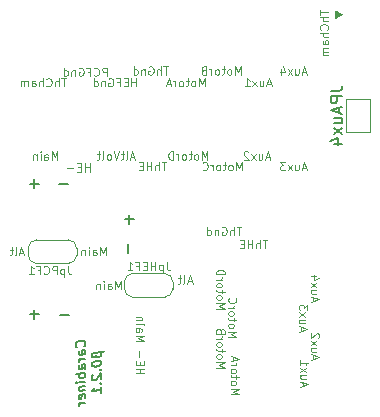
<source format=gbr>
G04 #@! TF.GenerationSoftware,KiCad,Pcbnew,5.1.6+dfsg1-1*
G04 #@! TF.CreationDate,2020-12-20T23:12:48+01:00*
G04 #@! TF.ProjectId,carabiner,63617261-6269-46e6-9572-2e6b69636164,rev?*
G04 #@! TF.SameCoordinates,Original*
G04 #@! TF.FileFunction,Legend,Bot*
G04 #@! TF.FilePolarity,Positive*
%FSLAX46Y46*%
G04 Gerber Fmt 4.6, Leading zero omitted, Abs format (unit mm)*
G04 Created by KiCad (PCBNEW 5.1.6+dfsg1-1) date 2020-12-20 23:12:48*
%MOMM*%
%LPD*%
G01*
G04 APERTURE LIST*
%ADD10C,0.150000*%
%ADD11C,0.100000*%
%ADD12C,0.200000*%
%ADD13C,0.120000*%
G04 APERTURE END LIST*
D10*
X57910714Y-63398526D02*
X57948809Y-63355669D01*
X57986904Y-63236622D01*
X57986904Y-63160431D01*
X57948809Y-63050907D01*
X57872619Y-62984241D01*
X57796428Y-62955669D01*
X57644047Y-62936622D01*
X57529761Y-62950907D01*
X57377380Y-63008050D01*
X57301190Y-63055669D01*
X57225000Y-63141383D01*
X57186904Y-63260431D01*
X57186904Y-63336622D01*
X57225000Y-63446145D01*
X57263095Y-63479479D01*
X57986904Y-64074717D02*
X57567857Y-64127098D01*
X57491666Y-64098526D01*
X57453571Y-64027098D01*
X57453571Y-63874717D01*
X57491666Y-63793764D01*
X57948809Y-64079479D02*
X57986904Y-63998526D01*
X57986904Y-63808050D01*
X57948809Y-63736622D01*
X57872619Y-63708050D01*
X57796428Y-63717574D01*
X57720238Y-63765193D01*
X57682142Y-63846145D01*
X57682142Y-64036622D01*
X57644047Y-64117574D01*
X57986904Y-64455669D02*
X57453571Y-64522336D01*
X57605952Y-64503288D02*
X57529761Y-64550907D01*
X57491666Y-64593764D01*
X57453571Y-64674717D01*
X57453571Y-64750907D01*
X57986904Y-65293764D02*
X57567857Y-65346145D01*
X57491666Y-65317574D01*
X57453571Y-65246145D01*
X57453571Y-65093764D01*
X57491666Y-65012812D01*
X57948809Y-65298526D02*
X57986904Y-65217574D01*
X57986904Y-65027098D01*
X57948809Y-64955669D01*
X57872619Y-64927098D01*
X57796428Y-64936622D01*
X57720238Y-64984241D01*
X57682142Y-65065193D01*
X57682142Y-65255669D01*
X57644047Y-65336622D01*
X57986904Y-65674717D02*
X57186904Y-65774717D01*
X57491666Y-65736622D02*
X57453571Y-65817574D01*
X57453571Y-65969955D01*
X57491666Y-66041383D01*
X57529761Y-66074717D01*
X57605952Y-66103288D01*
X57834523Y-66074717D01*
X57910714Y-66027098D01*
X57948809Y-65984241D01*
X57986904Y-65903288D01*
X57986904Y-65750907D01*
X57948809Y-65679479D01*
X57986904Y-66398526D02*
X57453571Y-66465193D01*
X57186904Y-66498526D02*
X57225000Y-66455669D01*
X57263095Y-66489002D01*
X57225000Y-66531860D01*
X57186904Y-66498526D01*
X57263095Y-66489002D01*
X57453571Y-66846145D02*
X57986904Y-66779479D01*
X57529761Y-66836622D02*
X57491666Y-66879479D01*
X57453571Y-66960431D01*
X57453571Y-67074717D01*
X57491666Y-67146145D01*
X57567857Y-67174717D01*
X57986904Y-67122336D01*
X57948809Y-67812812D02*
X57986904Y-67731860D01*
X57986904Y-67579479D01*
X57948809Y-67508050D01*
X57872619Y-67479479D01*
X57567857Y-67517574D01*
X57491666Y-67565193D01*
X57453571Y-67646145D01*
X57453571Y-67798526D01*
X57491666Y-67869955D01*
X57567857Y-67898526D01*
X57644047Y-67889002D01*
X57720238Y-67498526D01*
X57986904Y-68189002D02*
X57453571Y-68255669D01*
X57605952Y-68236622D02*
X57529761Y-68284241D01*
X57491666Y-68327098D01*
X57453571Y-68408050D01*
X57453571Y-68484241D01*
X58879761Y-64208050D02*
X58917857Y-64279479D01*
X58955952Y-64312812D01*
X59032142Y-64341383D01*
X59184523Y-64322336D01*
X59260714Y-64274717D01*
X59298809Y-64231860D01*
X59336904Y-64150907D01*
X59336904Y-64036622D01*
X59298809Y-63965193D01*
X59260714Y-63931860D01*
X59603571Y-63812812D02*
X59565476Y-63855669D01*
X59489285Y-63903288D01*
X58651190Y-64008050D01*
X58575000Y-64055669D01*
X58536904Y-64136622D01*
X58536904Y-64250907D01*
X58575000Y-64322336D01*
X58651190Y-64350907D01*
X58765476Y-64336622D01*
X58841666Y-64289002D01*
X58879761Y-64208050D01*
X58879761Y-64131860D01*
X58536904Y-64898526D02*
X58536904Y-64974717D01*
X58575000Y-65046145D01*
X58613095Y-65079479D01*
X58689285Y-65108050D01*
X58841666Y-65127098D01*
X59032142Y-65103288D01*
X59184523Y-65046145D01*
X59260714Y-64998526D01*
X59298809Y-64955669D01*
X59336904Y-64874717D01*
X59336904Y-64798526D01*
X59298809Y-64727098D01*
X59260714Y-64693764D01*
X59184523Y-64665193D01*
X59032142Y-64646145D01*
X58841666Y-64669955D01*
X58689285Y-64727098D01*
X58613095Y-64774717D01*
X58575000Y-64817574D01*
X58536904Y-64898526D01*
X59260714Y-65417574D02*
X59298809Y-65450907D01*
X59336904Y-65408050D01*
X59298809Y-65374717D01*
X59260714Y-65417574D01*
X59336904Y-65408050D01*
X58613095Y-65841383D02*
X58575000Y-65884241D01*
X58536904Y-65965193D01*
X58536904Y-66155669D01*
X58575000Y-66227098D01*
X58613095Y-66260431D01*
X58689285Y-66289002D01*
X58765476Y-66279479D01*
X58879761Y-66227098D01*
X59336904Y-65712812D01*
X59336904Y-66208050D01*
X59260714Y-66560431D02*
X59298809Y-66593764D01*
X59336904Y-66550907D01*
X59298809Y-66517574D01*
X59260714Y-66560431D01*
X59336904Y-66550907D01*
X59336904Y-67350907D02*
X59336904Y-66893764D01*
X59336904Y-67122336D02*
X58536904Y-67222336D01*
X58651190Y-67131860D01*
X58727380Y-67046145D01*
X58765476Y-66965193D01*
D11*
X77841666Y-34931666D02*
X77841666Y-35331666D01*
X78541666Y-35131666D02*
X77841666Y-35131666D01*
X78541666Y-35565000D02*
X77841666Y-35565000D01*
X78541666Y-35865000D02*
X78175000Y-35865000D01*
X78108333Y-35831666D01*
X78075000Y-35765000D01*
X78075000Y-35665000D01*
X78108333Y-35598333D01*
X78141666Y-35565000D01*
X78475000Y-36598333D02*
X78508333Y-36565000D01*
X78541666Y-36465000D01*
X78541666Y-36398333D01*
X78508333Y-36298333D01*
X78441666Y-36231666D01*
X78375000Y-36198333D01*
X78241666Y-36165000D01*
X78141666Y-36165000D01*
X78008333Y-36198333D01*
X77941666Y-36231666D01*
X77875000Y-36298333D01*
X77841666Y-36398333D01*
X77841666Y-36465000D01*
X77875000Y-36565000D01*
X77908333Y-36598333D01*
X78541666Y-36898333D02*
X77841666Y-36898333D01*
X78541666Y-37198333D02*
X78175000Y-37198333D01*
X78108333Y-37165000D01*
X78075000Y-37098333D01*
X78075000Y-36998333D01*
X78108333Y-36931666D01*
X78141666Y-36898333D01*
X78541666Y-37831666D02*
X78175000Y-37831666D01*
X78108333Y-37798333D01*
X78075000Y-37731666D01*
X78075000Y-37598333D01*
X78108333Y-37531666D01*
X78508333Y-37831666D02*
X78541666Y-37765000D01*
X78541666Y-37598333D01*
X78508333Y-37531666D01*
X78441666Y-37498333D01*
X78375000Y-37498333D01*
X78308333Y-37531666D01*
X78275000Y-37598333D01*
X78275000Y-37765000D01*
X78241666Y-37831666D01*
X78541666Y-38165000D02*
X78075000Y-38165000D01*
X78141666Y-38165000D02*
X78108333Y-38198333D01*
X78075000Y-38265000D01*
X78075000Y-38365000D01*
X78108333Y-38431666D01*
X78175000Y-38465000D01*
X78541666Y-38465000D01*
X78175000Y-38465000D02*
X78108333Y-38498333D01*
X78075000Y-38565000D01*
X78075000Y-38665000D01*
X78108333Y-38731666D01*
X78175000Y-38765000D01*
X78541666Y-38765000D01*
X79191666Y-35565000D02*
X79158333Y-35565000D01*
X79258333Y-35531666D02*
X79158333Y-35531666D01*
X79325000Y-35498333D02*
X79158333Y-35498333D01*
X79391666Y-35465000D02*
X79158333Y-35465000D01*
X79425000Y-35431666D02*
X79158333Y-35431666D01*
X79491666Y-35398333D02*
X79158333Y-35398333D01*
X79558333Y-35365000D02*
X79158333Y-35365000D01*
X79625000Y-35331666D02*
X79158333Y-35331666D01*
X79691666Y-35298333D02*
X79158333Y-35298333D01*
X79625000Y-35265000D02*
X79158333Y-35265000D01*
X79558333Y-35231666D02*
X79158333Y-35231666D01*
X79491666Y-35198333D02*
X79158333Y-35198333D01*
X79425000Y-35165000D02*
X79158333Y-35165000D01*
X79391666Y-35131666D02*
X79158333Y-35131666D01*
X79325000Y-35098333D02*
X79158333Y-35098333D01*
X79258333Y-35065000D02*
X79158333Y-35065000D01*
X79158333Y-35031666D02*
X79658333Y-35298333D01*
X79158333Y-35565000D01*
X79191666Y-35031666D02*
X79158333Y-35031666D01*
X79691666Y-35298333D02*
X79158333Y-34998333D01*
X79158333Y-35598333D01*
X79691666Y-35298333D01*
X69083333Y-60233333D02*
X69783333Y-60233333D01*
X69283333Y-60000000D01*
X69783333Y-59766666D01*
X69083333Y-59766666D01*
X69083333Y-59333333D02*
X69116666Y-59400000D01*
X69150000Y-59433333D01*
X69216666Y-59466666D01*
X69416666Y-59466666D01*
X69483333Y-59433333D01*
X69516666Y-59400000D01*
X69550000Y-59333333D01*
X69550000Y-59233333D01*
X69516666Y-59166666D01*
X69483333Y-59133333D01*
X69416666Y-59100000D01*
X69216666Y-59100000D01*
X69150000Y-59133333D01*
X69116666Y-59166666D01*
X69083333Y-59233333D01*
X69083333Y-59333333D01*
X69550000Y-58900000D02*
X69550000Y-58633333D01*
X69783333Y-58800000D02*
X69183333Y-58800000D01*
X69116666Y-58766666D01*
X69083333Y-58700000D01*
X69083333Y-58633333D01*
X69083333Y-58300000D02*
X69116666Y-58366666D01*
X69150000Y-58400000D01*
X69216666Y-58433333D01*
X69416666Y-58433333D01*
X69483333Y-58400000D01*
X69516666Y-58366666D01*
X69550000Y-58300000D01*
X69550000Y-58200000D01*
X69516666Y-58133333D01*
X69483333Y-58100000D01*
X69416666Y-58066666D01*
X69216666Y-58066666D01*
X69150000Y-58100000D01*
X69116666Y-58133333D01*
X69083333Y-58200000D01*
X69083333Y-58300000D01*
X69083333Y-57766666D02*
X69550000Y-57766666D01*
X69416666Y-57766666D02*
X69483333Y-57733333D01*
X69516666Y-57700000D01*
X69550000Y-57633333D01*
X69550000Y-57566666D01*
X69083333Y-57333333D02*
X69783333Y-57333333D01*
X69783333Y-57166666D01*
X69750000Y-57066666D01*
X69683333Y-57000000D01*
X69616666Y-56966666D01*
X69483333Y-56933333D01*
X69383333Y-56933333D01*
X69250000Y-56966666D01*
X69183333Y-57000000D01*
X69116666Y-57066666D01*
X69083333Y-57166666D01*
X69083333Y-57333333D01*
X70083333Y-62633333D02*
X70783333Y-62633333D01*
X70283333Y-62400000D01*
X70783333Y-62166666D01*
X70083333Y-62166666D01*
X70083333Y-61733333D02*
X70116666Y-61800000D01*
X70150000Y-61833333D01*
X70216666Y-61866666D01*
X70416666Y-61866666D01*
X70483333Y-61833333D01*
X70516666Y-61800000D01*
X70550000Y-61733333D01*
X70550000Y-61633333D01*
X70516666Y-61566666D01*
X70483333Y-61533333D01*
X70416666Y-61500000D01*
X70216666Y-61500000D01*
X70150000Y-61533333D01*
X70116666Y-61566666D01*
X70083333Y-61633333D01*
X70083333Y-61733333D01*
X70550000Y-61300000D02*
X70550000Y-61033333D01*
X70783333Y-61200000D02*
X70183333Y-61200000D01*
X70116666Y-61166666D01*
X70083333Y-61100000D01*
X70083333Y-61033333D01*
X70083333Y-60700000D02*
X70116666Y-60766666D01*
X70150000Y-60800000D01*
X70216666Y-60833333D01*
X70416666Y-60833333D01*
X70483333Y-60800000D01*
X70516666Y-60766666D01*
X70550000Y-60700000D01*
X70550000Y-60600000D01*
X70516666Y-60533333D01*
X70483333Y-60500000D01*
X70416666Y-60466666D01*
X70216666Y-60466666D01*
X70150000Y-60500000D01*
X70116666Y-60533333D01*
X70083333Y-60600000D01*
X70083333Y-60700000D01*
X70083333Y-60166666D02*
X70550000Y-60166666D01*
X70416666Y-60166666D02*
X70483333Y-60133333D01*
X70516666Y-60100000D01*
X70550000Y-60033333D01*
X70550000Y-59966666D01*
X70150000Y-59333333D02*
X70116666Y-59366666D01*
X70083333Y-59466666D01*
X70083333Y-59533333D01*
X70116666Y-59633333D01*
X70183333Y-59700000D01*
X70250000Y-59733333D01*
X70383333Y-59766666D01*
X70483333Y-59766666D01*
X70616666Y-59733333D01*
X70683333Y-59700000D01*
X70750000Y-59633333D01*
X70783333Y-59533333D01*
X70783333Y-59466666D01*
X70750000Y-59366666D01*
X70716666Y-59333333D01*
X69083333Y-65233333D02*
X69783333Y-65233333D01*
X69283333Y-65000000D01*
X69783333Y-64766666D01*
X69083333Y-64766666D01*
X69083333Y-64333333D02*
X69116666Y-64400000D01*
X69150000Y-64433333D01*
X69216666Y-64466666D01*
X69416666Y-64466666D01*
X69483333Y-64433333D01*
X69516666Y-64400000D01*
X69550000Y-64333333D01*
X69550000Y-64233333D01*
X69516666Y-64166666D01*
X69483333Y-64133333D01*
X69416666Y-64100000D01*
X69216666Y-64100000D01*
X69150000Y-64133333D01*
X69116666Y-64166666D01*
X69083333Y-64233333D01*
X69083333Y-64333333D01*
X69550000Y-63900000D02*
X69550000Y-63633333D01*
X69783333Y-63800000D02*
X69183333Y-63800000D01*
X69116666Y-63766666D01*
X69083333Y-63700000D01*
X69083333Y-63633333D01*
X69083333Y-63300000D02*
X69116666Y-63366666D01*
X69150000Y-63400000D01*
X69216666Y-63433333D01*
X69416666Y-63433333D01*
X69483333Y-63400000D01*
X69516666Y-63366666D01*
X69550000Y-63300000D01*
X69550000Y-63200000D01*
X69516666Y-63133333D01*
X69483333Y-63100000D01*
X69416666Y-63066666D01*
X69216666Y-63066666D01*
X69150000Y-63100000D01*
X69116666Y-63133333D01*
X69083333Y-63200000D01*
X69083333Y-63300000D01*
X69083333Y-62766666D02*
X69550000Y-62766666D01*
X69416666Y-62766666D02*
X69483333Y-62733333D01*
X69516666Y-62700000D01*
X69550000Y-62633333D01*
X69550000Y-62566666D01*
X69450000Y-62100000D02*
X69416666Y-62000000D01*
X69383333Y-61966666D01*
X69316666Y-61933333D01*
X69216666Y-61933333D01*
X69150000Y-61966666D01*
X69116666Y-62000000D01*
X69083333Y-62066666D01*
X69083333Y-62333333D01*
X69783333Y-62333333D01*
X69783333Y-62100000D01*
X69750000Y-62033333D01*
X69716666Y-62000000D01*
X69650000Y-61966666D01*
X69583333Y-61966666D01*
X69516666Y-62000000D01*
X69483333Y-62033333D01*
X69450000Y-62100000D01*
X69450000Y-62333333D01*
X70283333Y-67483333D02*
X70983333Y-67483333D01*
X70483333Y-67250000D01*
X70983333Y-67016666D01*
X70283333Y-67016666D01*
X70283333Y-66583333D02*
X70316666Y-66650000D01*
X70350000Y-66683333D01*
X70416666Y-66716666D01*
X70616666Y-66716666D01*
X70683333Y-66683333D01*
X70716666Y-66650000D01*
X70750000Y-66583333D01*
X70750000Y-66483333D01*
X70716666Y-66416666D01*
X70683333Y-66383333D01*
X70616666Y-66350000D01*
X70416666Y-66350000D01*
X70350000Y-66383333D01*
X70316666Y-66416666D01*
X70283333Y-66483333D01*
X70283333Y-66583333D01*
X70750000Y-66150000D02*
X70750000Y-65883333D01*
X70983333Y-66050000D02*
X70383333Y-66050000D01*
X70316666Y-66016666D01*
X70283333Y-65950000D01*
X70283333Y-65883333D01*
X70283333Y-65550000D02*
X70316666Y-65616666D01*
X70350000Y-65650000D01*
X70416666Y-65683333D01*
X70616666Y-65683333D01*
X70683333Y-65650000D01*
X70716666Y-65616666D01*
X70750000Y-65550000D01*
X70750000Y-65450000D01*
X70716666Y-65383333D01*
X70683333Y-65350000D01*
X70616666Y-65316666D01*
X70416666Y-65316666D01*
X70350000Y-65350000D01*
X70316666Y-65383333D01*
X70283333Y-65450000D01*
X70283333Y-65550000D01*
X70283333Y-65016666D02*
X70750000Y-65016666D01*
X70616666Y-65016666D02*
X70683333Y-64983333D01*
X70716666Y-64950000D01*
X70750000Y-64883333D01*
X70750000Y-64816666D01*
X70483333Y-64616666D02*
X70483333Y-64283333D01*
X70283333Y-64683333D02*
X70983333Y-64450000D01*
X70283333Y-64216666D01*
X64850000Y-47816666D02*
X64450000Y-47816666D01*
X64650000Y-48516666D02*
X64650000Y-47816666D01*
X64216666Y-48516666D02*
X64216666Y-47816666D01*
X63916666Y-48516666D02*
X63916666Y-48150000D01*
X63950000Y-48083333D01*
X64016666Y-48050000D01*
X64116666Y-48050000D01*
X64183333Y-48083333D01*
X64216666Y-48116666D01*
X63583333Y-48516666D02*
X63583333Y-47816666D01*
X63583333Y-48150000D02*
X63183333Y-48150000D01*
X63183333Y-48516666D02*
X63183333Y-47816666D01*
X62850000Y-48150000D02*
X62616666Y-48150000D01*
X62516666Y-48516666D02*
X62850000Y-48516666D01*
X62850000Y-47816666D01*
X62516666Y-47816666D01*
X73400000Y-54416666D02*
X73000000Y-54416666D01*
X73200000Y-55116666D02*
X73200000Y-54416666D01*
X72766666Y-55116666D02*
X72766666Y-54416666D01*
X72466666Y-55116666D02*
X72466666Y-54750000D01*
X72500000Y-54683333D01*
X72566666Y-54650000D01*
X72666666Y-54650000D01*
X72733333Y-54683333D01*
X72766666Y-54716666D01*
X72133333Y-55116666D02*
X72133333Y-54416666D01*
X72133333Y-54750000D02*
X71733333Y-54750000D01*
X71733333Y-55116666D02*
X71733333Y-54416666D01*
X71400000Y-54750000D02*
X71166666Y-54750000D01*
X71066666Y-55116666D02*
X71400000Y-55116666D01*
X71400000Y-54416666D01*
X71066666Y-54416666D01*
X68333333Y-47616666D02*
X68333333Y-46916666D01*
X68100000Y-47416666D01*
X67866666Y-46916666D01*
X67866666Y-47616666D01*
X67433333Y-47616666D02*
X67500000Y-47583333D01*
X67533333Y-47550000D01*
X67566666Y-47483333D01*
X67566666Y-47283333D01*
X67533333Y-47216666D01*
X67500000Y-47183333D01*
X67433333Y-47150000D01*
X67333333Y-47150000D01*
X67266666Y-47183333D01*
X67233333Y-47216666D01*
X67200000Y-47283333D01*
X67200000Y-47483333D01*
X67233333Y-47550000D01*
X67266666Y-47583333D01*
X67333333Y-47616666D01*
X67433333Y-47616666D01*
X67000000Y-47150000D02*
X66733333Y-47150000D01*
X66900000Y-46916666D02*
X66900000Y-47516666D01*
X66866666Y-47583333D01*
X66800000Y-47616666D01*
X66733333Y-47616666D01*
X66400000Y-47616666D02*
X66466666Y-47583333D01*
X66500000Y-47550000D01*
X66533333Y-47483333D01*
X66533333Y-47283333D01*
X66500000Y-47216666D01*
X66466666Y-47183333D01*
X66400000Y-47150000D01*
X66300000Y-47150000D01*
X66233333Y-47183333D01*
X66200000Y-47216666D01*
X66166666Y-47283333D01*
X66166666Y-47483333D01*
X66200000Y-47550000D01*
X66233333Y-47583333D01*
X66300000Y-47616666D01*
X66400000Y-47616666D01*
X65866666Y-47616666D02*
X65866666Y-47150000D01*
X65866666Y-47283333D02*
X65833333Y-47216666D01*
X65800000Y-47183333D01*
X65733333Y-47150000D01*
X65666666Y-47150000D01*
X65433333Y-47616666D02*
X65433333Y-46916666D01*
X65266666Y-46916666D01*
X65166666Y-46950000D01*
X65100000Y-47016666D01*
X65066666Y-47083333D01*
X65033333Y-47216666D01*
X65033333Y-47316666D01*
X65066666Y-47450000D01*
X65100000Y-47516666D01*
X65166666Y-47583333D01*
X65266666Y-47616666D01*
X65433333Y-47616666D01*
X71233333Y-48516666D02*
X71233333Y-47816666D01*
X71000000Y-48316666D01*
X70766666Y-47816666D01*
X70766666Y-48516666D01*
X70333333Y-48516666D02*
X70400000Y-48483333D01*
X70433333Y-48450000D01*
X70466666Y-48383333D01*
X70466666Y-48183333D01*
X70433333Y-48116666D01*
X70400000Y-48083333D01*
X70333333Y-48050000D01*
X70233333Y-48050000D01*
X70166666Y-48083333D01*
X70133333Y-48116666D01*
X70100000Y-48183333D01*
X70100000Y-48383333D01*
X70133333Y-48450000D01*
X70166666Y-48483333D01*
X70233333Y-48516666D01*
X70333333Y-48516666D01*
X69900000Y-48050000D02*
X69633333Y-48050000D01*
X69800000Y-47816666D02*
X69800000Y-48416666D01*
X69766666Y-48483333D01*
X69700000Y-48516666D01*
X69633333Y-48516666D01*
X69300000Y-48516666D02*
X69366666Y-48483333D01*
X69400000Y-48450000D01*
X69433333Y-48383333D01*
X69433333Y-48183333D01*
X69400000Y-48116666D01*
X69366666Y-48083333D01*
X69300000Y-48050000D01*
X69200000Y-48050000D01*
X69133333Y-48083333D01*
X69100000Y-48116666D01*
X69066666Y-48183333D01*
X69066666Y-48383333D01*
X69100000Y-48450000D01*
X69133333Y-48483333D01*
X69200000Y-48516666D01*
X69300000Y-48516666D01*
X68766666Y-48516666D02*
X68766666Y-48050000D01*
X68766666Y-48183333D02*
X68733333Y-48116666D01*
X68700000Y-48083333D01*
X68633333Y-48050000D01*
X68566666Y-48050000D01*
X67933333Y-48450000D02*
X67966666Y-48483333D01*
X68066666Y-48516666D01*
X68133333Y-48516666D01*
X68233333Y-48483333D01*
X68300000Y-48416666D01*
X68333333Y-48350000D01*
X68366666Y-48216666D01*
X68366666Y-48116666D01*
X68333333Y-47983333D01*
X68300000Y-47916666D01*
X68233333Y-47850000D01*
X68133333Y-47816666D01*
X68066666Y-47816666D01*
X67966666Y-47850000D01*
X67933333Y-47883333D01*
X71133333Y-40416666D02*
X71133333Y-39716666D01*
X70900000Y-40216666D01*
X70666666Y-39716666D01*
X70666666Y-40416666D01*
X70233333Y-40416666D02*
X70300000Y-40383333D01*
X70333333Y-40350000D01*
X70366666Y-40283333D01*
X70366666Y-40083333D01*
X70333333Y-40016666D01*
X70300000Y-39983333D01*
X70233333Y-39950000D01*
X70133333Y-39950000D01*
X70066666Y-39983333D01*
X70033333Y-40016666D01*
X70000000Y-40083333D01*
X70000000Y-40283333D01*
X70033333Y-40350000D01*
X70066666Y-40383333D01*
X70133333Y-40416666D01*
X70233333Y-40416666D01*
X69800000Y-39950000D02*
X69533333Y-39950000D01*
X69700000Y-39716666D02*
X69700000Y-40316666D01*
X69666666Y-40383333D01*
X69600000Y-40416666D01*
X69533333Y-40416666D01*
X69200000Y-40416666D02*
X69266666Y-40383333D01*
X69300000Y-40350000D01*
X69333333Y-40283333D01*
X69333333Y-40083333D01*
X69300000Y-40016666D01*
X69266666Y-39983333D01*
X69200000Y-39950000D01*
X69100000Y-39950000D01*
X69033333Y-39983333D01*
X69000000Y-40016666D01*
X68966666Y-40083333D01*
X68966666Y-40283333D01*
X69000000Y-40350000D01*
X69033333Y-40383333D01*
X69100000Y-40416666D01*
X69200000Y-40416666D01*
X68666666Y-40416666D02*
X68666666Y-39950000D01*
X68666666Y-40083333D02*
X68633333Y-40016666D01*
X68600000Y-39983333D01*
X68533333Y-39950000D01*
X68466666Y-39950000D01*
X68000000Y-40050000D02*
X67900000Y-40083333D01*
X67866666Y-40116666D01*
X67833333Y-40183333D01*
X67833333Y-40283333D01*
X67866666Y-40350000D01*
X67900000Y-40383333D01*
X67966666Y-40416666D01*
X68233333Y-40416666D01*
X68233333Y-39716666D01*
X68000000Y-39716666D01*
X67933333Y-39750000D01*
X67900000Y-39783333D01*
X67866666Y-39850000D01*
X67866666Y-39916666D01*
X67900000Y-39983333D01*
X67933333Y-40016666D01*
X68000000Y-40050000D01*
X68233333Y-40050000D01*
X68083333Y-41416666D02*
X68083333Y-40716666D01*
X67850000Y-41216666D01*
X67616666Y-40716666D01*
X67616666Y-41416666D01*
X67183333Y-41416666D02*
X67250000Y-41383333D01*
X67283333Y-41350000D01*
X67316666Y-41283333D01*
X67316666Y-41083333D01*
X67283333Y-41016666D01*
X67250000Y-40983333D01*
X67183333Y-40950000D01*
X67083333Y-40950000D01*
X67016666Y-40983333D01*
X66983333Y-41016666D01*
X66950000Y-41083333D01*
X66950000Y-41283333D01*
X66983333Y-41350000D01*
X67016666Y-41383333D01*
X67083333Y-41416666D01*
X67183333Y-41416666D01*
X66750000Y-40950000D02*
X66483333Y-40950000D01*
X66650000Y-40716666D02*
X66650000Y-41316666D01*
X66616666Y-41383333D01*
X66550000Y-41416666D01*
X66483333Y-41416666D01*
X66150000Y-41416666D02*
X66216666Y-41383333D01*
X66250000Y-41350000D01*
X66283333Y-41283333D01*
X66283333Y-41083333D01*
X66250000Y-41016666D01*
X66216666Y-40983333D01*
X66150000Y-40950000D01*
X66050000Y-40950000D01*
X65983333Y-40983333D01*
X65950000Y-41016666D01*
X65916666Y-41083333D01*
X65916666Y-41283333D01*
X65950000Y-41350000D01*
X65983333Y-41383333D01*
X66050000Y-41416666D01*
X66150000Y-41416666D01*
X65616666Y-41416666D02*
X65616666Y-40950000D01*
X65616666Y-41083333D02*
X65583333Y-41016666D01*
X65550000Y-40983333D01*
X65483333Y-40950000D01*
X65416666Y-40950000D01*
X65216666Y-41216666D02*
X64883333Y-41216666D01*
X65283333Y-41416666D02*
X65050000Y-40716666D01*
X64816666Y-41416666D01*
X62283333Y-62983333D02*
X62983333Y-62983333D01*
X62483333Y-62750000D01*
X62983333Y-62516666D01*
X62283333Y-62516666D01*
X62283333Y-61883333D02*
X62650000Y-61883333D01*
X62716666Y-61916666D01*
X62750000Y-61983333D01*
X62750000Y-62116666D01*
X62716666Y-62183333D01*
X62316666Y-61883333D02*
X62283333Y-61950000D01*
X62283333Y-62116666D01*
X62316666Y-62183333D01*
X62383333Y-62216666D01*
X62450000Y-62216666D01*
X62516666Y-62183333D01*
X62550000Y-62116666D01*
X62550000Y-61950000D01*
X62583333Y-61883333D01*
X62283333Y-61550000D02*
X62750000Y-61550000D01*
X62983333Y-61550000D02*
X62950000Y-61583333D01*
X62916666Y-61550000D01*
X62950000Y-61516666D01*
X62983333Y-61550000D01*
X62916666Y-61550000D01*
X62750000Y-61216666D02*
X62283333Y-61216666D01*
X62683333Y-61216666D02*
X62716666Y-61183333D01*
X62750000Y-61116666D01*
X62750000Y-61016666D01*
X62716666Y-60950000D01*
X62650000Y-60916666D01*
X62283333Y-60916666D01*
X62283333Y-65700000D02*
X62983333Y-65700000D01*
X62650000Y-65700000D02*
X62650000Y-65300000D01*
X62283333Y-65300000D02*
X62983333Y-65300000D01*
X62650000Y-64966666D02*
X62650000Y-64733333D01*
X62283333Y-64633333D02*
X62283333Y-64966666D01*
X62983333Y-64966666D01*
X62983333Y-64633333D01*
X62550000Y-64333333D02*
X62550000Y-63800000D01*
X77283333Y-64500000D02*
X77283333Y-64166666D01*
X77083333Y-64566666D02*
X77783333Y-64333333D01*
X77083333Y-64100000D01*
X77550000Y-63566666D02*
X77083333Y-63566666D01*
X77550000Y-63866666D02*
X77183333Y-63866666D01*
X77116666Y-63833333D01*
X77083333Y-63766666D01*
X77083333Y-63666666D01*
X77116666Y-63600000D01*
X77150000Y-63566666D01*
X77083333Y-63300000D02*
X77550000Y-62933333D01*
X77550000Y-63300000D02*
X77083333Y-62933333D01*
X77716666Y-62700000D02*
X77750000Y-62666666D01*
X77783333Y-62600000D01*
X77783333Y-62433333D01*
X77750000Y-62366666D01*
X77716666Y-62333333D01*
X77650000Y-62300000D01*
X77583333Y-62300000D01*
X77483333Y-62333333D01*
X77083333Y-62733333D01*
X77083333Y-62300000D01*
X76383333Y-66800000D02*
X76383333Y-66466666D01*
X76183333Y-66866666D02*
X76883333Y-66633333D01*
X76183333Y-66400000D01*
X76650000Y-65866666D02*
X76183333Y-65866666D01*
X76650000Y-66166666D02*
X76283333Y-66166666D01*
X76216666Y-66133333D01*
X76183333Y-66066666D01*
X76183333Y-65966666D01*
X76216666Y-65900000D01*
X76250000Y-65866666D01*
X76183333Y-65600000D02*
X76650000Y-65233333D01*
X76650000Y-65600000D02*
X76183333Y-65233333D01*
X76183333Y-64600000D02*
X76183333Y-65000000D01*
X76183333Y-64800000D02*
X76883333Y-64800000D01*
X76783333Y-64866666D01*
X76716666Y-64933333D01*
X76683333Y-65000000D01*
X76283333Y-62100000D02*
X76283333Y-61766666D01*
X76083333Y-62166666D02*
X76783333Y-61933333D01*
X76083333Y-61700000D01*
X76550000Y-61166666D02*
X76083333Y-61166666D01*
X76550000Y-61466666D02*
X76183333Y-61466666D01*
X76116666Y-61433333D01*
X76083333Y-61366666D01*
X76083333Y-61266666D01*
X76116666Y-61200000D01*
X76150000Y-61166666D01*
X76083333Y-60900000D02*
X76550000Y-60533333D01*
X76550000Y-60900000D02*
X76083333Y-60533333D01*
X76783333Y-60333333D02*
X76783333Y-59900000D01*
X76516666Y-60133333D01*
X76516666Y-60033333D01*
X76483333Y-59966666D01*
X76450000Y-59933333D01*
X76383333Y-59900000D01*
X76216666Y-59900000D01*
X76150000Y-59933333D01*
X76116666Y-59966666D01*
X76083333Y-60033333D01*
X76083333Y-60233333D01*
X76116666Y-60300000D01*
X76150000Y-60333333D01*
X77283333Y-59600000D02*
X77283333Y-59266666D01*
X77083333Y-59666666D02*
X77783333Y-59433333D01*
X77083333Y-59200000D01*
X77550000Y-58666666D02*
X77083333Y-58666666D01*
X77550000Y-58966666D02*
X77183333Y-58966666D01*
X77116666Y-58933333D01*
X77083333Y-58866666D01*
X77083333Y-58766666D01*
X77116666Y-58700000D01*
X77150000Y-58666666D01*
X77083333Y-58400000D02*
X77550000Y-58033333D01*
X77550000Y-58400000D02*
X77083333Y-58033333D01*
X77550000Y-57466666D02*
X77083333Y-57466666D01*
X77816666Y-57633333D02*
X77316666Y-57800000D01*
X77316666Y-57366666D01*
X71200000Y-53316666D02*
X70800000Y-53316666D01*
X71000000Y-54016666D02*
X71000000Y-53316666D01*
X70566666Y-54016666D02*
X70566666Y-53316666D01*
X70266666Y-54016666D02*
X70266666Y-53650000D01*
X70300000Y-53583333D01*
X70366666Y-53550000D01*
X70466666Y-53550000D01*
X70533333Y-53583333D01*
X70566666Y-53616666D01*
X69566666Y-53350000D02*
X69633333Y-53316666D01*
X69733333Y-53316666D01*
X69833333Y-53350000D01*
X69900000Y-53416666D01*
X69933333Y-53483333D01*
X69966666Y-53616666D01*
X69966666Y-53716666D01*
X69933333Y-53850000D01*
X69900000Y-53916666D01*
X69833333Y-53983333D01*
X69733333Y-54016666D01*
X69666666Y-54016666D01*
X69566666Y-53983333D01*
X69533333Y-53950000D01*
X69533333Y-53716666D01*
X69666666Y-53716666D01*
X69233333Y-53550000D02*
X69233333Y-54016666D01*
X69233333Y-53616666D02*
X69200000Y-53583333D01*
X69133333Y-53550000D01*
X69033333Y-53550000D01*
X68966666Y-53583333D01*
X68933333Y-53650000D01*
X68933333Y-54016666D01*
X68300000Y-54016666D02*
X68300000Y-53316666D01*
X68300000Y-53983333D02*
X68366666Y-54016666D01*
X68500000Y-54016666D01*
X68566666Y-53983333D01*
X68600000Y-53950000D01*
X68633333Y-53883333D01*
X68633333Y-53683333D01*
X68600000Y-53616666D01*
X68566666Y-53583333D01*
X68500000Y-53550000D01*
X68366666Y-53550000D01*
X68300000Y-53583333D01*
X76700000Y-48316666D02*
X76366666Y-48316666D01*
X76766666Y-48516666D02*
X76533333Y-47816666D01*
X76300000Y-48516666D01*
X75766666Y-48050000D02*
X75766666Y-48516666D01*
X76066666Y-48050000D02*
X76066666Y-48416666D01*
X76033333Y-48483333D01*
X75966666Y-48516666D01*
X75866666Y-48516666D01*
X75800000Y-48483333D01*
X75766666Y-48450000D01*
X75500000Y-48516666D02*
X75133333Y-48050000D01*
X75500000Y-48050000D02*
X75133333Y-48516666D01*
X74933333Y-47816666D02*
X74500000Y-47816666D01*
X74733333Y-48083333D01*
X74633333Y-48083333D01*
X74566666Y-48116666D01*
X74533333Y-48150000D01*
X74500000Y-48216666D01*
X74500000Y-48383333D01*
X74533333Y-48450000D01*
X74566666Y-48483333D01*
X74633333Y-48516666D01*
X74833333Y-48516666D01*
X74900000Y-48483333D01*
X74933333Y-48450000D01*
X73600000Y-47416666D02*
X73266666Y-47416666D01*
X73666666Y-47616666D02*
X73433333Y-46916666D01*
X73200000Y-47616666D01*
X72666666Y-47150000D02*
X72666666Y-47616666D01*
X72966666Y-47150000D02*
X72966666Y-47516666D01*
X72933333Y-47583333D01*
X72866666Y-47616666D01*
X72766666Y-47616666D01*
X72700000Y-47583333D01*
X72666666Y-47550000D01*
X72400000Y-47616666D02*
X72033333Y-47150000D01*
X72400000Y-47150000D02*
X72033333Y-47616666D01*
X71800000Y-46983333D02*
X71766666Y-46950000D01*
X71700000Y-46916666D01*
X71533333Y-46916666D01*
X71466666Y-46950000D01*
X71433333Y-46983333D01*
X71400000Y-47050000D01*
X71400000Y-47116666D01*
X71433333Y-47216666D01*
X71833333Y-47616666D01*
X71400000Y-47616666D01*
X76700000Y-40216666D02*
X76366666Y-40216666D01*
X76766666Y-40416666D02*
X76533333Y-39716666D01*
X76300000Y-40416666D01*
X75766666Y-39950000D02*
X75766666Y-40416666D01*
X76066666Y-39950000D02*
X76066666Y-40316666D01*
X76033333Y-40383333D01*
X75966666Y-40416666D01*
X75866666Y-40416666D01*
X75800000Y-40383333D01*
X75766666Y-40350000D01*
X75500000Y-40416666D02*
X75133333Y-39950000D01*
X75500000Y-39950000D02*
X75133333Y-40416666D01*
X74566666Y-39950000D02*
X74566666Y-40416666D01*
X74733333Y-39683333D02*
X74900000Y-40183333D01*
X74466666Y-40183333D01*
X73700000Y-41216666D02*
X73366666Y-41216666D01*
X73766666Y-41416666D02*
X73533333Y-40716666D01*
X73300000Y-41416666D01*
X72766666Y-40950000D02*
X72766666Y-41416666D01*
X73066666Y-40950000D02*
X73066666Y-41316666D01*
X73033333Y-41383333D01*
X72966666Y-41416666D01*
X72866666Y-41416666D01*
X72800000Y-41383333D01*
X72766666Y-41350000D01*
X72500000Y-41416666D02*
X72133333Y-40950000D01*
X72500000Y-40950000D02*
X72133333Y-41416666D01*
X71500000Y-41416666D02*
X71900000Y-41416666D01*
X71700000Y-41416666D02*
X71700000Y-40716666D01*
X71766666Y-40816666D01*
X71833333Y-40883333D01*
X71900000Y-40916666D01*
X65000000Y-39716666D02*
X64600000Y-39716666D01*
X64800000Y-40416666D02*
X64800000Y-39716666D01*
X64366666Y-40416666D02*
X64366666Y-39716666D01*
X64066666Y-40416666D02*
X64066666Y-40050000D01*
X64100000Y-39983333D01*
X64166666Y-39950000D01*
X64266666Y-39950000D01*
X64333333Y-39983333D01*
X64366666Y-40016666D01*
X63366666Y-39750000D02*
X63433333Y-39716666D01*
X63533333Y-39716666D01*
X63633333Y-39750000D01*
X63700000Y-39816666D01*
X63733333Y-39883333D01*
X63766666Y-40016666D01*
X63766666Y-40116666D01*
X63733333Y-40250000D01*
X63700000Y-40316666D01*
X63633333Y-40383333D01*
X63533333Y-40416666D01*
X63466666Y-40416666D01*
X63366666Y-40383333D01*
X63333333Y-40350000D01*
X63333333Y-40116666D01*
X63466666Y-40116666D01*
X63033333Y-39950000D02*
X63033333Y-40416666D01*
X63033333Y-40016666D02*
X63000000Y-39983333D01*
X62933333Y-39950000D01*
X62833333Y-39950000D01*
X62766666Y-39983333D01*
X62733333Y-40050000D01*
X62733333Y-40416666D01*
X62100000Y-40416666D02*
X62100000Y-39716666D01*
X62100000Y-40383333D02*
X62166666Y-40416666D01*
X62300000Y-40416666D01*
X62366666Y-40383333D01*
X62400000Y-40350000D01*
X62433333Y-40283333D01*
X62433333Y-40083333D01*
X62400000Y-40016666D01*
X62366666Y-39983333D01*
X62300000Y-39950000D01*
X62166666Y-39950000D01*
X62100000Y-39983333D01*
X62300000Y-41416666D02*
X62300000Y-40716666D01*
X62300000Y-41050000D02*
X61900000Y-41050000D01*
X61900000Y-41416666D02*
X61900000Y-40716666D01*
X61566666Y-41050000D02*
X61333333Y-41050000D01*
X61233333Y-41416666D02*
X61566666Y-41416666D01*
X61566666Y-40716666D01*
X61233333Y-40716666D01*
X60700000Y-41050000D02*
X60933333Y-41050000D01*
X60933333Y-41416666D02*
X60933333Y-40716666D01*
X60600000Y-40716666D01*
X59966666Y-40750000D02*
X60033333Y-40716666D01*
X60133333Y-40716666D01*
X60233333Y-40750000D01*
X60300000Y-40816666D01*
X60333333Y-40883333D01*
X60366666Y-41016666D01*
X60366666Y-41116666D01*
X60333333Y-41250000D01*
X60300000Y-41316666D01*
X60233333Y-41383333D01*
X60133333Y-41416666D01*
X60066666Y-41416666D01*
X59966666Y-41383333D01*
X59933333Y-41350000D01*
X59933333Y-41116666D01*
X60066666Y-41116666D01*
X59633333Y-40950000D02*
X59633333Y-41416666D01*
X59633333Y-41016666D02*
X59600000Y-40983333D01*
X59533333Y-40950000D01*
X59433333Y-40950000D01*
X59366666Y-40983333D01*
X59333333Y-41050000D01*
X59333333Y-41416666D01*
X58700000Y-41416666D02*
X58700000Y-40716666D01*
X58700000Y-41383333D02*
X58766666Y-41416666D01*
X58900000Y-41416666D01*
X58966666Y-41383333D01*
X59000000Y-41350000D01*
X59033333Y-41283333D01*
X59033333Y-41083333D01*
X59000000Y-41016666D01*
X58966666Y-40983333D01*
X58900000Y-40950000D01*
X58766666Y-40950000D01*
X58700000Y-40983333D01*
X59816666Y-40516666D02*
X59816666Y-39816666D01*
X59550000Y-39816666D01*
X59483333Y-39850000D01*
X59450000Y-39883333D01*
X59416666Y-39950000D01*
X59416666Y-40050000D01*
X59450000Y-40116666D01*
X59483333Y-40150000D01*
X59550000Y-40183333D01*
X59816666Y-40183333D01*
X58716666Y-40450000D02*
X58750000Y-40483333D01*
X58850000Y-40516666D01*
X58916666Y-40516666D01*
X59016666Y-40483333D01*
X59083333Y-40416666D01*
X59116666Y-40350000D01*
X59150000Y-40216666D01*
X59150000Y-40116666D01*
X59116666Y-39983333D01*
X59083333Y-39916666D01*
X59016666Y-39850000D01*
X58916666Y-39816666D01*
X58850000Y-39816666D01*
X58750000Y-39850000D01*
X58716666Y-39883333D01*
X58183333Y-40150000D02*
X58416666Y-40150000D01*
X58416666Y-40516666D02*
X58416666Y-39816666D01*
X58083333Y-39816666D01*
X57450000Y-39850000D02*
X57516666Y-39816666D01*
X57616666Y-39816666D01*
X57716666Y-39850000D01*
X57783333Y-39916666D01*
X57816666Y-39983333D01*
X57850000Y-40116666D01*
X57850000Y-40216666D01*
X57816666Y-40350000D01*
X57783333Y-40416666D01*
X57716666Y-40483333D01*
X57616666Y-40516666D01*
X57550000Y-40516666D01*
X57450000Y-40483333D01*
X57416666Y-40450000D01*
X57416666Y-40216666D01*
X57550000Y-40216666D01*
X57116666Y-40050000D02*
X57116666Y-40516666D01*
X57116666Y-40116666D02*
X57083333Y-40083333D01*
X57016666Y-40050000D01*
X56916666Y-40050000D01*
X56850000Y-40083333D01*
X56816666Y-40150000D01*
X56816666Y-40516666D01*
X56183333Y-40516666D02*
X56183333Y-39816666D01*
X56183333Y-40483333D02*
X56250000Y-40516666D01*
X56383333Y-40516666D01*
X56450000Y-40483333D01*
X56483333Y-40450000D01*
X56516666Y-40383333D01*
X56516666Y-40183333D01*
X56483333Y-40116666D01*
X56450000Y-40083333D01*
X56383333Y-40050000D01*
X56250000Y-40050000D01*
X56183333Y-40083333D01*
X56366666Y-40716666D02*
X55966666Y-40716666D01*
X56166666Y-41416666D02*
X56166666Y-40716666D01*
X55733333Y-41416666D02*
X55733333Y-40716666D01*
X55433333Y-41416666D02*
X55433333Y-41050000D01*
X55466666Y-40983333D01*
X55533333Y-40950000D01*
X55633333Y-40950000D01*
X55700000Y-40983333D01*
X55733333Y-41016666D01*
X54700000Y-41350000D02*
X54733333Y-41383333D01*
X54833333Y-41416666D01*
X54900000Y-41416666D01*
X55000000Y-41383333D01*
X55066666Y-41316666D01*
X55100000Y-41250000D01*
X55133333Y-41116666D01*
X55133333Y-41016666D01*
X55100000Y-40883333D01*
X55066666Y-40816666D01*
X55000000Y-40750000D01*
X54900000Y-40716666D01*
X54833333Y-40716666D01*
X54733333Y-40750000D01*
X54700000Y-40783333D01*
X54400000Y-41416666D02*
X54400000Y-40716666D01*
X54100000Y-41416666D02*
X54100000Y-41050000D01*
X54133333Y-40983333D01*
X54200000Y-40950000D01*
X54300000Y-40950000D01*
X54366666Y-40983333D01*
X54400000Y-41016666D01*
X53466666Y-41416666D02*
X53466666Y-41050000D01*
X53500000Y-40983333D01*
X53566666Y-40950000D01*
X53700000Y-40950000D01*
X53766666Y-40983333D01*
X53466666Y-41383333D02*
X53533333Y-41416666D01*
X53700000Y-41416666D01*
X53766666Y-41383333D01*
X53800000Y-41316666D01*
X53800000Y-41250000D01*
X53766666Y-41183333D01*
X53700000Y-41150000D01*
X53533333Y-41150000D01*
X53466666Y-41116666D01*
X53133333Y-41416666D02*
X53133333Y-40950000D01*
X53133333Y-41016666D02*
X53100000Y-40983333D01*
X53033333Y-40950000D01*
X52933333Y-40950000D01*
X52866666Y-40983333D01*
X52833333Y-41050000D01*
X52833333Y-41416666D01*
X52833333Y-41050000D02*
X52800000Y-40983333D01*
X52733333Y-40950000D01*
X52633333Y-40950000D01*
X52566666Y-40983333D01*
X52533333Y-41050000D01*
X52533333Y-41416666D01*
X62150000Y-47416666D02*
X61816666Y-47416666D01*
X62216666Y-47616666D02*
X61983333Y-46916666D01*
X61750000Y-47616666D01*
X61416666Y-47616666D02*
X61483333Y-47583333D01*
X61516666Y-47516666D01*
X61516666Y-46916666D01*
X61250000Y-47150000D02*
X60983333Y-47150000D01*
X61150000Y-46916666D02*
X61150000Y-47516666D01*
X61116666Y-47583333D01*
X61050000Y-47616666D01*
X60983333Y-47616666D01*
X60850000Y-46916666D02*
X60616666Y-47616666D01*
X60383333Y-46916666D01*
X60050000Y-47616666D02*
X60116666Y-47583333D01*
X60150000Y-47550000D01*
X60183333Y-47483333D01*
X60183333Y-47283333D01*
X60150000Y-47216666D01*
X60116666Y-47183333D01*
X60050000Y-47150000D01*
X59950000Y-47150000D01*
X59883333Y-47183333D01*
X59850000Y-47216666D01*
X59816666Y-47283333D01*
X59816666Y-47483333D01*
X59850000Y-47550000D01*
X59883333Y-47583333D01*
X59950000Y-47616666D01*
X60050000Y-47616666D01*
X59416666Y-47616666D02*
X59483333Y-47583333D01*
X59516666Y-47516666D01*
X59516666Y-46916666D01*
X59250000Y-47150000D02*
X58983333Y-47150000D01*
X59150000Y-46916666D02*
X59150000Y-47516666D01*
X59116666Y-47583333D01*
X59050000Y-47616666D01*
X58983333Y-47616666D01*
X58350000Y-48616666D02*
X58350000Y-47916666D01*
X58350000Y-48250000D02*
X57950000Y-48250000D01*
X57950000Y-48616666D02*
X57950000Y-47916666D01*
X57616666Y-48250000D02*
X57383333Y-48250000D01*
X57283333Y-48616666D02*
X57616666Y-48616666D01*
X57616666Y-47916666D01*
X57283333Y-47916666D01*
X56983333Y-48350000D02*
X56450000Y-48350000D01*
X55633333Y-47616666D02*
X55633333Y-46916666D01*
X55400000Y-47416666D01*
X55166666Y-46916666D01*
X55166666Y-47616666D01*
X54533333Y-47616666D02*
X54533333Y-47250000D01*
X54566666Y-47183333D01*
X54633333Y-47150000D01*
X54766666Y-47150000D01*
X54833333Y-47183333D01*
X54533333Y-47583333D02*
X54600000Y-47616666D01*
X54766666Y-47616666D01*
X54833333Y-47583333D01*
X54866666Y-47516666D01*
X54866666Y-47450000D01*
X54833333Y-47383333D01*
X54766666Y-47350000D01*
X54600000Y-47350000D01*
X54533333Y-47316666D01*
X54200000Y-47616666D02*
X54200000Y-47150000D01*
X54200000Y-46916666D02*
X54233333Y-46950000D01*
X54200000Y-46983333D01*
X54166666Y-46950000D01*
X54200000Y-46916666D01*
X54200000Y-46983333D01*
X53866666Y-47150000D02*
X53866666Y-47616666D01*
X53866666Y-47216666D02*
X53833333Y-47183333D01*
X53766666Y-47150000D01*
X53666666Y-47150000D01*
X53600000Y-47183333D01*
X53566666Y-47250000D01*
X53566666Y-47616666D01*
D12*
X53671428Y-49269047D02*
X53671428Y-50030952D01*
X54052380Y-49650000D02*
X53290476Y-49650000D01*
X55769047Y-49678571D02*
X56530952Y-49678571D01*
X53671428Y-60319047D02*
X53671428Y-61080952D01*
X54052380Y-60700000D02*
X53290476Y-60700000D01*
X55819047Y-60728571D02*
X56580952Y-60728571D01*
X61621428Y-54769047D02*
X61621428Y-55530952D01*
X62080952Y-52671428D02*
X61319047Y-52671428D01*
X61700000Y-53052380D02*
X61700000Y-52290476D01*
D13*
X61300000Y-57950000D02*
X61300000Y-58550000D01*
X64750000Y-57250000D02*
X61950000Y-57250000D01*
X65400000Y-58550000D02*
X65400000Y-57950000D01*
X61950000Y-59250000D02*
X64750000Y-59250000D01*
X61300000Y-58550000D02*
G75*
G03*
X62000000Y-59250000I700000J0D01*
G01*
X62000000Y-57250000D02*
G75*
G03*
X61300000Y-57950000I0J-700000D01*
G01*
X65400000Y-57950000D02*
G75*
G03*
X64700000Y-57250000I-700000J0D01*
G01*
X64700000Y-59250000D02*
G75*
G03*
X65400000Y-58550000I0J700000D01*
G01*
X57250000Y-55700000D02*
X57250000Y-55100000D01*
X53800000Y-56400000D02*
X56600000Y-56400000D01*
X53150000Y-55100000D02*
X53150000Y-55700000D01*
X56600000Y-54400000D02*
X53800000Y-54400000D01*
X57250000Y-55100000D02*
G75*
G03*
X56550000Y-54400000I-700000J0D01*
G01*
X56550000Y-56400000D02*
G75*
G03*
X57250000Y-55700000I0J700000D01*
G01*
X53150000Y-55700000D02*
G75*
G03*
X53850000Y-56400000I700000J0D01*
G01*
X53850000Y-54400000D02*
G75*
G03*
X53150000Y-55100000I0J-700000D01*
G01*
X82100000Y-42500000D02*
X80100000Y-42500000D01*
X82100000Y-45300000D02*
X82100000Y-42500000D01*
X80100000Y-45300000D02*
X82100000Y-45300000D01*
X80100000Y-42500000D02*
X80100000Y-45300000D01*
D11*
X64883333Y-56266666D02*
X64883333Y-56766666D01*
X64916666Y-56866666D01*
X64983333Y-56933333D01*
X65083333Y-56966666D01*
X65150000Y-56966666D01*
X64550000Y-56500000D02*
X64550000Y-57200000D01*
X64550000Y-56533333D02*
X64483333Y-56500000D01*
X64350000Y-56500000D01*
X64283333Y-56533333D01*
X64250000Y-56566666D01*
X64216666Y-56633333D01*
X64216666Y-56833333D01*
X64250000Y-56900000D01*
X64283333Y-56933333D01*
X64350000Y-56966666D01*
X64483333Y-56966666D01*
X64550000Y-56933333D01*
X63916666Y-56966666D02*
X63916666Y-56266666D01*
X63916666Y-56600000D02*
X63516666Y-56600000D01*
X63516666Y-56966666D02*
X63516666Y-56266666D01*
X63183333Y-56600000D02*
X62950000Y-56600000D01*
X62850000Y-56966666D02*
X63183333Y-56966666D01*
X63183333Y-56266666D01*
X62850000Y-56266666D01*
X62316666Y-56600000D02*
X62550000Y-56600000D01*
X62550000Y-56966666D02*
X62550000Y-56266666D01*
X62216666Y-56266666D01*
X61583333Y-56966666D02*
X61983333Y-56966666D01*
X61783333Y-56966666D02*
X61783333Y-56266666D01*
X61850000Y-56366666D01*
X61916666Y-56433333D01*
X61983333Y-56466666D01*
X60983333Y-58566666D02*
X60983333Y-57866666D01*
X60750000Y-58366666D01*
X60516666Y-57866666D01*
X60516666Y-58566666D01*
X59883333Y-58566666D02*
X59883333Y-58200000D01*
X59916666Y-58133333D01*
X59983333Y-58100000D01*
X60116666Y-58100000D01*
X60183333Y-58133333D01*
X59883333Y-58533333D02*
X59950000Y-58566666D01*
X60116666Y-58566666D01*
X60183333Y-58533333D01*
X60216666Y-58466666D01*
X60216666Y-58400000D01*
X60183333Y-58333333D01*
X60116666Y-58300000D01*
X59950000Y-58300000D01*
X59883333Y-58266666D01*
X59550000Y-58566666D02*
X59550000Y-58100000D01*
X59550000Y-57866666D02*
X59583333Y-57900000D01*
X59550000Y-57933333D01*
X59516666Y-57900000D01*
X59550000Y-57866666D01*
X59550000Y-57933333D01*
X59216666Y-58100000D02*
X59216666Y-58566666D01*
X59216666Y-58166666D02*
X59183333Y-58133333D01*
X59116666Y-58100000D01*
X59016666Y-58100000D01*
X58950000Y-58133333D01*
X58916666Y-58200000D01*
X58916666Y-58566666D01*
X67000000Y-57916666D02*
X66666666Y-57916666D01*
X67066666Y-58116666D02*
X66833333Y-57416666D01*
X66600000Y-58116666D01*
X66266666Y-58116666D02*
X66333333Y-58083333D01*
X66366666Y-58016666D01*
X66366666Y-57416666D01*
X66100000Y-57650000D02*
X65833333Y-57650000D01*
X66000000Y-57416666D02*
X66000000Y-58016666D01*
X65966666Y-58083333D01*
X65900000Y-58116666D01*
X65833333Y-58116666D01*
X56550000Y-56616666D02*
X56550000Y-57116666D01*
X56583333Y-57216666D01*
X56650000Y-57283333D01*
X56750000Y-57316666D01*
X56816666Y-57316666D01*
X56216666Y-56850000D02*
X56216666Y-57550000D01*
X56216666Y-56883333D02*
X56150000Y-56850000D01*
X56016666Y-56850000D01*
X55950000Y-56883333D01*
X55916666Y-56916666D01*
X55883333Y-56983333D01*
X55883333Y-57183333D01*
X55916666Y-57250000D01*
X55950000Y-57283333D01*
X56016666Y-57316666D01*
X56150000Y-57316666D01*
X56216666Y-57283333D01*
X55583333Y-57316666D02*
X55583333Y-56616666D01*
X55316666Y-56616666D01*
X55250000Y-56650000D01*
X55216666Y-56683333D01*
X55183333Y-56750000D01*
X55183333Y-56850000D01*
X55216666Y-56916666D01*
X55250000Y-56950000D01*
X55316666Y-56983333D01*
X55583333Y-56983333D01*
X54483333Y-57250000D02*
X54516666Y-57283333D01*
X54616666Y-57316666D01*
X54683333Y-57316666D01*
X54783333Y-57283333D01*
X54850000Y-57216666D01*
X54883333Y-57150000D01*
X54916666Y-57016666D01*
X54916666Y-56916666D01*
X54883333Y-56783333D01*
X54850000Y-56716666D01*
X54783333Y-56650000D01*
X54683333Y-56616666D01*
X54616666Y-56616666D01*
X54516666Y-56650000D01*
X54483333Y-56683333D01*
X53950000Y-56950000D02*
X54183333Y-56950000D01*
X54183333Y-57316666D02*
X54183333Y-56616666D01*
X53850000Y-56616666D01*
X53216666Y-57316666D02*
X53616666Y-57316666D01*
X53416666Y-57316666D02*
X53416666Y-56616666D01*
X53483333Y-56716666D01*
X53550000Y-56783333D01*
X53616666Y-56816666D01*
X59733333Y-55716666D02*
X59733333Y-55016666D01*
X59500000Y-55516666D01*
X59266666Y-55016666D01*
X59266666Y-55716666D01*
X58633333Y-55716666D02*
X58633333Y-55350000D01*
X58666666Y-55283333D01*
X58733333Y-55250000D01*
X58866666Y-55250000D01*
X58933333Y-55283333D01*
X58633333Y-55683333D02*
X58700000Y-55716666D01*
X58866666Y-55716666D01*
X58933333Y-55683333D01*
X58966666Y-55616666D01*
X58966666Y-55550000D01*
X58933333Y-55483333D01*
X58866666Y-55450000D01*
X58700000Y-55450000D01*
X58633333Y-55416666D01*
X58300000Y-55716666D02*
X58300000Y-55250000D01*
X58300000Y-55016666D02*
X58333333Y-55050000D01*
X58300000Y-55083333D01*
X58266666Y-55050000D01*
X58300000Y-55016666D01*
X58300000Y-55083333D01*
X57966666Y-55250000D02*
X57966666Y-55716666D01*
X57966666Y-55316666D02*
X57933333Y-55283333D01*
X57866666Y-55250000D01*
X57766666Y-55250000D01*
X57700000Y-55283333D01*
X57666666Y-55350000D01*
X57666666Y-55716666D01*
X52750000Y-55516666D02*
X52416666Y-55516666D01*
X52816666Y-55716666D02*
X52583333Y-55016666D01*
X52350000Y-55716666D01*
X52016666Y-55716666D02*
X52083333Y-55683333D01*
X52116666Y-55616666D01*
X52116666Y-55016666D01*
X51850000Y-55250000D02*
X51583333Y-55250000D01*
X51750000Y-55016666D02*
X51750000Y-55616666D01*
X51716666Y-55683333D01*
X51650000Y-55716666D01*
X51583333Y-55716666D01*
D10*
X78752380Y-41780952D02*
X79466666Y-41780952D01*
X79609523Y-41733333D01*
X79704761Y-41638095D01*
X79752380Y-41495238D01*
X79752380Y-41400000D01*
X79752380Y-42257142D02*
X78752380Y-42257142D01*
X78752380Y-42638095D01*
X78800000Y-42733333D01*
X78847619Y-42780952D01*
X78942857Y-42828571D01*
X79085714Y-42828571D01*
X79180952Y-42780952D01*
X79228571Y-42733333D01*
X79276190Y-42638095D01*
X79276190Y-42257142D01*
X79466666Y-43209523D02*
X79466666Y-43685714D01*
X79752380Y-43114285D02*
X78752380Y-43447619D01*
X79752380Y-43780952D01*
X79085714Y-44542857D02*
X79752380Y-44542857D01*
X79085714Y-44114285D02*
X79609523Y-44114285D01*
X79704761Y-44161904D01*
X79752380Y-44257142D01*
X79752380Y-44400000D01*
X79704761Y-44495238D01*
X79657142Y-44542857D01*
X79752380Y-44923809D02*
X79085714Y-45447619D01*
X79085714Y-44923809D02*
X79752380Y-45447619D01*
X79085714Y-46257142D02*
X79752380Y-46257142D01*
X78704761Y-46019047D02*
X79419047Y-45780952D01*
X79419047Y-46400000D01*
M02*

</source>
